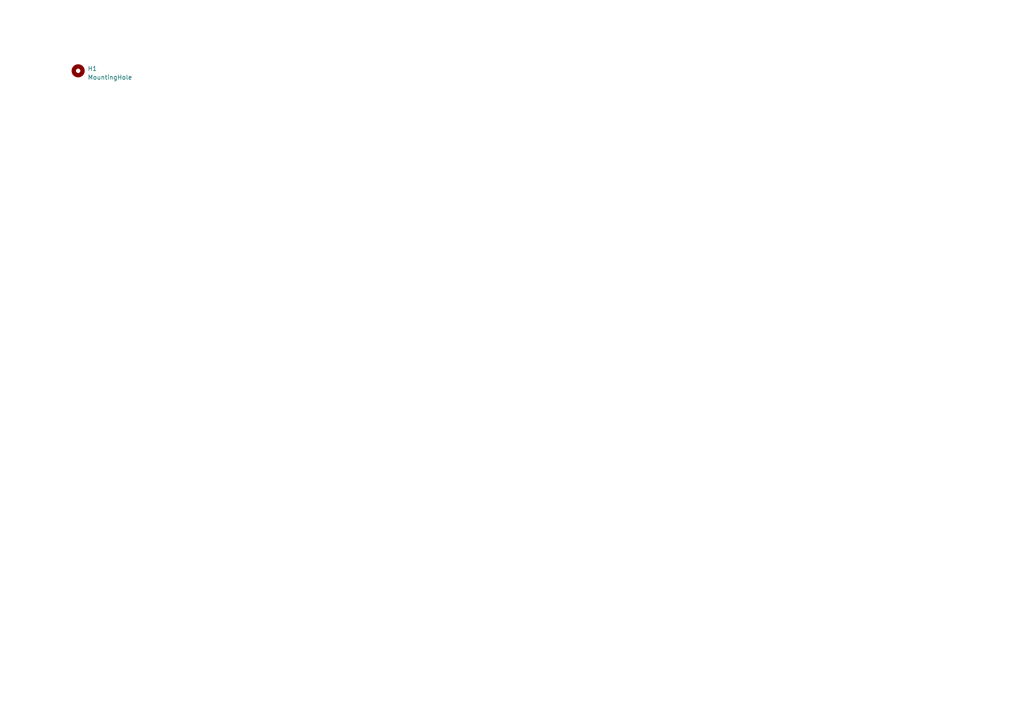
<source format=kicad_sch>
(kicad_sch (version 20230121) (generator eeschema)
  (paper "A4")
  (lib_symbols
    (symbol "Mechanical:MountingHole" (pin_names (offset 1.016))
      (property "Reference" "H" (at 0 5.08 0))
      (property "Value" "MountingHole" (at 0 3.175 0))
      (symbol "MountingHole_0_1"
        (circle (center 0 0) (radius 1.27) (stroke (width 1.27)))
      )
    )
  )
  (symbol (lib_id "Mechanical:MountingHole") (at 22.6675 20.5399 0) (unit 1)
    (property "Reference" "H1" (at 25.4 19.9049 0) (effects (justify left)))
    (property "Value" "MountingHole" (at 25.4 22.4449 0) (effects (justify left)))
    (property "Footprint" "Camera Castellated:Camera Castellated" (effects hide))
  )
)
</source>
